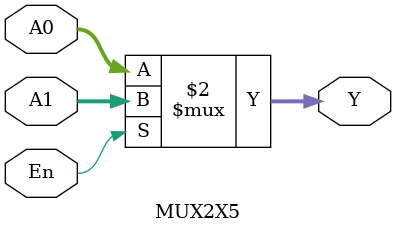
<source format=v>
`ifndef MUX2X5_V
`define MUX2X5_V

module MUX2X5(
    input[4:0] A0,A1,
    input En,
    output[4:0] Y
);
    assign Y=(En==0)?A0:A1;
endmodule

`endif
</source>
